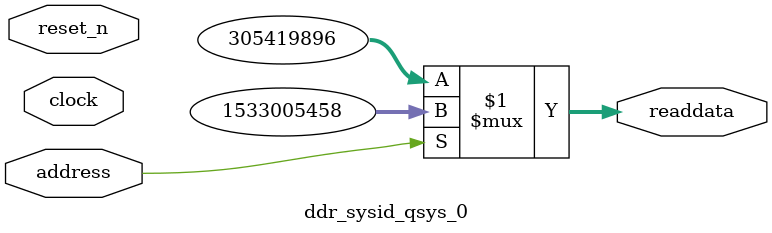
<source format=v>



// synthesis translate_off
`timescale 1ns / 1ps
// synthesis translate_on

// turn off superfluous verilog processor warnings 
// altera message_level Level1 
// altera message_off 10034 10035 10036 10037 10230 10240 10030 

module ddr_sysid_qsys_0 (
               // inputs:
                address,
                clock,
                reset_n,

               // outputs:
                readdata
             )
;

  output  [ 31: 0] readdata;
  input            address;
  input            clock;
  input            reset_n;

  wire    [ 31: 0] readdata;
  //control_slave, which is an e_avalon_slave
  assign readdata = address ? 1533005458 : 305419896;

endmodule



</source>
